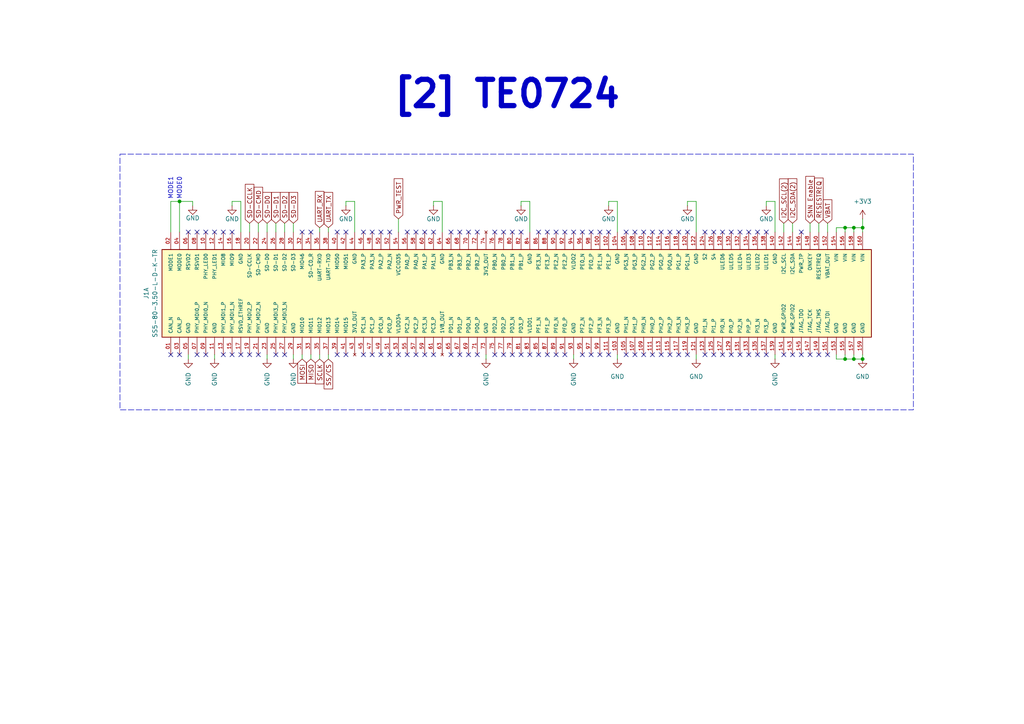
<source format=kicad_sch>
(kicad_sch (version 20250114) (generator "eeschema") (generator_version "9.0")
  (paper "A4")
  (lib_symbols
    (symbol "adapter:SS5-80-3.50-X-D-K-XX" (pin_names (offset 1.016))
      (property "Reference" "J1" (at 0 55.372 0))
      (property "Value" "SS5-80-3.50-L-D-K-TR" (at 0 52.832 0))
      (symbol "SS5-80-3.50-X-D-K-XX_1_0"
        (rectangle (start -12.7 50.8) (end 12.7 -154.94) (stroke (width 0.254)) (fill (type background)))
        (pin passive line (at -17.78 48.26 0) (length 5.08) (name "CAN_N") (number "01"))
        (pin passive line (at -17.78 45.72 0) (length 5.08) (name "CAN_P") (number "03"))
        (pin passive line (at -17.78 43.18 0) (length 5.08) (name "GND") (number "05"))
        (pin passive line (at -17.78 40.64 0) (length 5.08) (name "PHY_MDI0_P") (number "07"))
        (pin passive line (at -17.78 38.1 0) (length 5.08) (name "PHY_MDI0_N") (number "09"))
        (pin passive line (at -17.78 35.56 0) (length 5.08) (name "GND") (number "11"))
        (pin passive line (at -17.78 33.02 0) (length 5.08) (name "PHY_MDI1_P") (number "13"))
        (pin passive line (at -17.78 30.48 0) (length 5.08) (name "PHY_MDI1_N") (number "15"))
        (pin passive line (at -17.78 27.94 0) (length 5.08) (name "RSVD_ETHREF") (number "17"))
        (pin passive line (at -17.78 25.4 0) (length 5.08) (name "PHY_MDI2_P") (number "19"))
        (pin passive line (at -17.78 22.86 0) (length 5.08) (name "PHY_MDI2_N") (number "21"))
        (pin passive line (at -17.78 20.32 0) (length 5.08) (name "GND") (number "23"))
        (pin passive line (at -17.78 17.78 0) (length 5.08) (name "PHY_MDI3_P") (number "25"))
        (pin passive line (at -17.78 15.24 0) (length 5.08) (name "PHY_MDI3_N") (number "27"))
        (pin passive line (at -17.78 12.7 0) (length 5.08) (name "GND") (number "29"))
        (pin passive line (at -17.78 10.16 0) (length 5.08) (name "MIO10") (number "31"))
        (pin passive line (at -17.78 7.62 0) (length 5.08) (name "MIO11") (number "33"))
        (pin passive line (at -17.78 5.08 0) (length 5.08) (name "MIO12") (number "35"))
        (pin passive line (at -17.78 2.54 0) (length 5.08) (name "MIO13") (number "37"))
        (pin passive line (at -17.78 0 0) (length 5.08) (name "MIO14") (number "39"))
        (pin passive line (at -17.78 -2.54 0) (length 5.08) (name "MIO15") (number "41"))
        (pin no_connect line (at -17.78 -5.08 0) (length 5.08) (name "3V3_OUT") (number "43"))
        (pin passive line (at -17.78 -7.62 0) (length 5.08) (name "PC1_N") (number "45"))
        (pin passive line (at -17.78 -10.16 0) (length 5.08) (name "PC1_P") (number "47"))
        (pin passive line (at -17.78 -12.7 0) (length 5.08) (name "PC0_N") (number "49"))
        (pin passive line (at -17.78 -15.24 0) (length 5.08) (name "PC0_P") (number "51"))
        (pin passive line (at -17.78 -17.78 0) (length 5.08) (name "VLDO34") (number "53"))
        (pin passive line (at -17.78 -20.32 0) (length 5.08) (name "PC2_N") (number "55"))
        (pin passive line (at -17.78 -22.86 0) (length 5.08) (name "PC2_P") (number "57"))
        (pin passive line (at -17.78 -25.4 0) (length 5.08) (name "PC3_N") (number "59"))
        (pin passive line (at -17.78 -27.94 0) (length 5.08) (name "PC3_P") (number "61"))
        (pin no_connect line (at -17.78 -30.48 0) (length 5.08) (name "1V8_OUT") (number "63"))
        (pin passive line (at -17.78 -33.02 0) (length 5.08) (name "PD1_N") (number "65"))
        (pin passive line (at -17.78 -35.56 0) (length 5.08) (name "PD1_P") (number "67"))
        (pin passive line (at -17.78 -38.1 0) (length 5.08) (name "PD0_N") (number "69"))
        (pin passive line (at -17.78 -40.64 0) (length 5.08) (name "PD0_P") (number "71"))
        (pin passive line (at -17.78 -43.18 0) (length 5.08) (name "GND") (number "73"))
        (pin passive line (at -17.78 -45.72 0) (length 5.08) (name "PD2_N") (number "75"))
        (pin passive line (at -17.78 -48.26 0) (length 5.08) (name "PD2_P") (number "77"))
        (pin passive line (at -17.78 -50.8 0) (length 5.08) (name "PD3_N") (number "79"))
        (pin passive line (at -17.78 -53.34 0) (length 5.08) (name "PD3_P") (number "81"))
        (pin passive line (at -17.78 -55.88 0) (length 5.08) (name "VLDO1") (number "83"))
        (pin passive line (at -17.78 -58.42 0) (length 5.08) (name "PF1_N") (number "85"))
        (pin passive line (at -17.78 -60.96 0) (length 5.08) (name "PF1_P") (number "87"))
        (pin passive line (at -17.78 -63.5 0) (length 5.08) (name "PF0_N") (number "89"))
        (pin passive line (at -17.78 -66.04 0) (length 5.08) (name "PF0_P") (number "91"))
        (pin passive line (at -17.78 -68.58 0) (length 5.08) (name "GND") (number "93"))
        (pin passive line (at -17.78 -71.12 0) (length 5.08) (name "PF2_N") (number "95"))
        (pin passive line (at -17.78 -73.66 0) (length 5.08) (name "PF2_P") (number "97"))
        (pin passive line (at -17.78 -76.2 0) (length 5.08) (name "PF3_N") (number "99"))
        (pin passive line (at -17.78 -78.74 0) (length 5.08) (name "PF3_P") (number "111"))
        (pin passive line (at -17.78 -81.28 0) (length 5.08) (name "GND") (number "103"))
        (pin passive line (at -17.78 -83.82 0) (length 5.08) (name "PH1_N") (number "105"))
        (pin passive line (at -17.78 -86.36 0) (length 5.08) (name "PH1_P") (number "107"))
        (pin passive line (at -17.78 -88.9 0) (length 5.08) (name "PH0_N") (number "109"))
        (pin passive line (at -17.78 -91.44 0) (length 5.08) (name "PH0_P") (number "111"))
        (pin passive line (at -17.78 -93.98 0) (length 5.08) (name "PH2_P") (number "113"))
        (pin passive line (at -17.78 -96.52 0) (length 5.08) (name "PH2_P") (number "115"))
        (pin passive line (at -17.78 -99.06 0) (length 5.08) (name "PH3_N") (number "117"))
        (pin passive line (at -17.78 -101.6 0) (length 5.08) (name "PH3_P") (number "119"))
        (pin passive line (at -17.78 -104.14 0) (length 5.08) (name "GND") (number "121"))
        (pin passive line (at -17.78 -106.68 0) (length 5.08) (name "PI1_N") (number "123"))
        (pin passive line (at -17.78 -109.22 0) (length 5.08) (name "PI1_P") (number "125"))
        (pin passive line (at -17.78 -111.76 0) (length 5.08) (name "PI0_N") (number "127"))
        (pin passive line (at -17.78 -114.3 0) (length 5.08) (name "PI0_P") (number "129"))
        (pin passive line (at -17.78 -116.84 0) (length 5.08) (name "PI2_N") (number "131"))
        (pin passive line (at -17.78 -119.38 0) (length 5.08) (name "PIP_P") (number "133"))
        (pin passive line (at -17.78 -121.92 0) (length 5.08) (name "PI3_N") (number "135"))
        (pin passive line (at -17.78 -124.46 0) (length 5.08) (name "PI3_P") (number "137"))
        (pin passive line (at -17.78 -127 0) (length 5.08) (name "GND") (number "139"))
        (pin passive line (at -17.78 -129.54 0) (length 5.08) (name "PWR_GPIO2") (number "141"))
        (pin passive line (at -17.78 -132.08 0) (length 5.08) (name "PWR_GPIO2") (number "143"))
        (pin passive line (at -17.78 -134.62 0) (length 5.08) (name "JTAG_TDO") (number "145"))
        (pin passive line (at -17.78 -137.16 0) (length 5.08) (name "JTAG_TCK") (number "147"))
        (pin passive line (at -17.78 -139.7 0) (length 5.08) (name "JTAG_TMS") (number "149"))
        (pin passive line (at -17.78 -142.24 0) (length 5.08) (name "JTAG_TDI") (number "151"))
        (pin passive line (at -17.78 -144.78 0) (length 5.08) (name "GND") (number "153"))
        (pin passive line (at -17.78 -147.32 0) (length 5.08) (name "GND") (number "155"))
        (pin passive line (at -17.78 -149.86 0) (length 5.08) (name "GND") (number "157"))
        (pin passive line (at -17.78 -152.4 0) (length 5.08) (name "GND") (number "159"))
        (pin passive line (at 17.78 48.26 180) (length 5.08) (name "MODE1") (number "02"))
        (pin passive line (at 17.78 45.72 180) (length 5.08) (name "MODE0") (number "04"))
        (pin passive line (at 17.78 43.18 180) (length 5.08) (name "RSVD2") (number "06"))
        (pin passive line (at 17.78 40.64 180) (length 5.08) (name "RSVD1") (number "08"))
        (pin passive line (at 17.78 38.1 180) (length 5.08) (name "PHY_LED0") (number "10"))
        (pin passive line (at 17.78 35.56 180) (length 5.08) (name "PHY_LED1") (number "12"))
        (pin passive line (at 17.78 33.02 180) (length 5.08) (name "MIO8") (number "14"))
        (pin passive line (at 17.78 30.48 180) (length 5.08) (name "MIO9") (number "16"))
        (pin passive line (at 17.78 27.94 180) (length 5.08) (name "GND") (number "18"))
        (pin passive line (at 17.78 25.4 180) (length 5.08) (name "SD-CCLK") (number "20"))
        (pin passive line (at 17.78 22.86 180) (length 5.08) (name "SD-CMD") (number "22"))
        (pin passive line (at 17.78 20.32 180) (length 5.08) (name "SD-D0") (number "24"))
        (pin passive line (at 17.78 17.78 180) (length 5.08) (name "SD-D1") (number "26"))
        (pin passive line (at 17.78 15.24 180) (length 5.08) (name "SD-D2") (number "28"))
        (pin passive line (at 17.78 12.7 180) (length 5.08) (name "SD-D3") (number "30"))
        (pin passive line (at 17.78 10.16 180) (length 5.08) (name "MIO46") (number "32"))
        (pin passive line (at 17.78 7.62 180) (length 5.08) (name "SD-CD_R") (number "34"))
        (pin passive line (at 17.78 5.08 180) (length 5.08) (name "UART-RXD") (number "36"))
        (pin passive line (at 17.78 2.54 180) (length 5.08) (name "UART-TXD") (number "38"))
        (pin passive line (at 17.78 0 180) (length 5.08) (name "MIO50") (number "40"))
        (pin passive line (at 17.78 -2.54 180) (length 5.08) (name "MIO51") (number "42"))
        (pin passive line (at 17.78 -5.08 180) (length 5.08) (name "GND") (number "44"))
        (pin passive line (at 17.78 -7.62 180) (length 5.08) (name "PA3_P") (number "46"))
        (pin passive line (at 17.78 -10.16 180) (length 5.08) (name "PA3_N") (number "48"))
        (pin passive line (at 17.78 -12.7 180) (length 5.08) (name "PA2_P") (number "50"))
        (pin passive line (at 17.78 -15.24 180) (length 5.08) (name "PA2_N") (number "52"))
        (pin passive line (at 17.78 -17.78 180) (length 5.08) (name "VCCIO35") (number "54"))
        (pin passive line (at 17.78 -20.32 180) (length 5.08) (name "PA0_P") (number "56"))
        (pin passive line (at 17.78 -22.86 180) (length 5.08) (name "PA0_N") (number "58"))
        (pin passive line (at 17.78 -25.4 180) (length 5.08) (name "PA1_P") (number "60"))
        (pin passive line (at 17.78 -27.94 180) (length 5.08) (name "PA1_N") (number "62"))
        (pin passive line (at 17.78 -30.48 180) (length 5.08) (name "GND") (number "64"))
        (pin passive line (at 17.78 -33.02 180) (length 5.08) (name "PB3_N") (number "66"))
        (pin passive line (at 17.78 -35.56 180) (length 5.08) (name "PB3_P") (number "68"))
        (pin passive line (at 17.78 -38.1 180) (length 5.08) (name "PB2_N") (number "70"))
        (pin passive line (at 17.78 -40.64 180) (length 5.08) (name "PB2_P") (number "72"))
        (pin no_connect line (at 17.78 -43.18 180) (length 5.08) (name "3V3_OUT") (number "74"))
        (pin passive line (at 17.78 -45.72 180) (length 5.08) (name "PB0_N") (number "76"))
        (pin passive line (at 17.78 -48.26 180) (length 5.08) (name "PB0_P") (number "78"))
        (pin passive line (at 17.78 -50.8 180) (length 5.08) (name "PB1_N") (number "80"))
        (pin passive line (at 17.78 -53.34 180) (length 5.08) (name "PB1_P") (number "82"))
        (pin passive line (at 17.78 -55.88 180) (length 5.08) (name "GND") (number "84"))
        (pin passive line (at 17.78 -58.42 180) (length 5.08) (name "PE3_N") (number "86"))
        (pin passive line (at 17.78 -60.96 180) (length 5.08) (name "PE3_P") (number "88"))
        (pin passive line (at 17.78 -63.5 180) (length 5.08) (name "PE2_N") (number "90"))
        (pin passive line (at 17.78 -66.04 180) (length 5.08) (name "PE2_P") (number "92"))
        (pin passive line (at 17.78 -68.58 180) (length 5.08) (name "VLDO2") (number "94"))
        (pin passive line (at 17.78 -71.12 180) (length 5.08) (name "PE0_N") (number "96"))
        (pin passive line (at 17.78 -73.66 180) (length 5.08) (name "PE0_P") (number "98"))
        (pin passive line (at 17.78 -76.2 180) (length 5.08) (name "PE1_N") (number "100"))
        (pin passive line (at 17.78 -78.74 180) (length 5.08) (name "PE1_P") (number "102"))
        (pin passive line (at 17.78 -81.28 180) (length 5.08) (name "GND") (number "104"))
        (pin passive line (at 17.78 -83.82 180) (length 5.08) (name "PG3_N") (number "106"))
        (pin passive line (at 17.78 -86.36 180) (length 5.08) (name "PG3_P") (number "108"))
        (pin passive line (at 17.78 -88.9 180) (length 5.08) (name "PG2_N") (number "110"))
        (pin passive line (at 17.78 -91.44 180) (length 5.08) (name "PG2_P") (number "112"))
        (pin passive line (at 17.78 -93.98 180) (length 5.08) (name "PG0_P") (number "114"))
        (pin passive line (at 17.78 -96.52 180) (length 5.08) (name "PG0_N") (number "116"))
        (pin passive line (at 17.78 -99.06 180) (length 5.08) (name "PG1_P") (number "118"))
        (pin passive line (at 17.78 -101.6 180) (length 5.08) (name "PG1_N") (number "120"))
        (pin passive line (at 17.78 -104.14 180) (length 5.08) (name "GND") (number "122"))
        (pin passive line (at 17.78 -106.68 180) (length 5.08) (name "S2") (number "124"))
        (pin passive line (at 17.78 -109.22 180) (length 5.08) (name "S4") (number "126"))
        (pin passive line (at 17.78 -111.76 180) (length 5.08) (name "ULED6") (number "128"))
        (pin passive line (at 17.78 -114.3 180) (length 5.08) (name "ULED5") (number "130"))
        (pin passive line (at 17.78 -116.84 180) (length 5.08) (name "ULED4") (number "132"))
        (pin passive line (at 17.78 -119.38 180) (length 5.08) (name "ULED3") (number "134"))
        (pin passive line (at 17.78 -121.92 180) (length 5.08) (name "ULED2") (number "136"))
        (pin passive line (at 17.78 -124.46 180) (length 5.08) (name "ULED1") (number "138"))
        (pin passive line (at 17.78 -127 180) (length 5.08) (name "GND") (number "140"))
        (pin passive line (at 17.78 -129.54 180) (length 5.08) (name "I2C_SCL") (number "142"))
        (pin passive line (at 17.78 -132.08 180) (length 5.08) (name "I2C_SDA") (number "144"))
        (pin passive line (at 17.78 -134.62 180) (length 5.08) (name "PWR_TP") (number "146"))
        (pin passive line (at 17.78 -137.16 180) (length 5.08) (name "ONKEY") (number "148"))
        (pin passive line (at 17.78 -139.7 180) (length 5.08) (name "RESETREQ") (number "150"))
        (pin passive line (at 17.78 -142.24 180) (length 5.08) (name "VBAT_OUT") (number "152"))
        (pin passive line (at 17.78 -144.78 180) (length 5.08) (name "VIN") (number "154"))
        (pin passive line (at 17.78 -147.32 180) (length 5.08) (name "VIN") (number "156"))
        (pin passive line (at 17.78 -149.86 180) (length 5.08) (name "VIN") (number "158"))
        (pin passive line (at 17.78 -152.4 180) (length 5.08) (name "VIN") (number "160"))
      )
      (symbol "SS5-80-3.50-X-D-K-XX_2_0"
        (rectangle (start -7.62 -53.34) (end 7.62 50.8) (stroke (width 0.254)) (fill (type background)))
        (pin passive line (at -12.7 48.26 0) (length 5.08) (name "81") (number "81"))
        (pin passive line (at -12.7 45.72 0) (length 5.08) (name "83") (number "83"))
        (pin passive line (at -12.7 43.18 0) (length 5.08) (name "85") (number "85"))
        (pin passive line (at -12.7 40.64 0) (length 5.08) (name "87") (number "87"))
        (pin passive line (at -12.7 38.1 0) (length 5.08) (name "89") (number "89"))
        (pin passive line (at -12.7 35.56 0) (length 5.08) (name "91") (number "91"))
        (pin passive line (at -12.7 33.02 0) (length 5.08) (name "93") (number "93"))
        (pin passive line (at -12.7 30.48 0) (length 5.08) (name "95") (number "95"))
        (pin passive line (at -12.7 27.94 0) (length 5.08) (name "97") (number "97"))
        (pin passive line (at -12.7 25.4 0) (length 5.08) (name "99") (number "99"))
        (pin passive line (at -12.7 22.86 0) (length 5.08) (name "101") (number "101"))
        (pin passive line (at -12.7 20.32 0) (length 5.08) (name "103") (number "103"))
        (pin passive line (at -12.7 17.78 0) (length 5.08) (name "105") (number "105"))
        (pin passive line (at -12.7 15.24 0) (length 5.08) (name "107") (number "107"))
        (pin passive line (at -12.7 12.7 0) (length 5.08) (name "109") (number "109"))
        (pin passive line (at -12.7 10.16 0) (length 5.08) (name "111") (number "111"))
        (pin passive line (at -12.7 7.62 0) (length 5.08) (name "113") (number "113"))
        (pin passive line (at -12.7 5.08 0) (length 5.08) (name "115") (number "115"))
        (pin passive line (at -12.7 2.54 0) (length 5.08) (name "117") (number "117"))
        (pin passive line (at -12.7 0 0) (length 5.08) (name "119") (number "119"))
        (pin passive line (at -12.7 -2.54 0) (length 5.08) (name "121") (number "121"))
        (pin passive line (at -12.7 -5.08 0) (length 5.08) (name "123") (number "123"))
        (pin passive line (at -12.7 -7.62 0) (length 5.08) (name "125") (number "125"))
        (pin passive line (at -12.7 -10.16 0) (length 5.08) (name "127") (number "127"))
        (pin passive line (at -12.7 -12.7 0) (length 5.08) (name "129") (number "129"))
        (pin passive line (at -12.7 -15.24 0) (length 5.08) (name "131") (number "131"))
        (pin passive line (at -12.7 -17.78 0) (length 5.08) (name "133") (number "133"))
        (pin passive line (at -12.7 -20.32 0) (length 5.08) (name "135") (number "135"))
        (pin passive line (at -12.7 -22.86 0) (length 5.08) (name "137") (number "137"))
        (pin passive line (at -12.7 -25.4 0) (length 5.08) (name "139") (number "139"))
        (pin passive line (at -12.7 -27.94 0) (length 5.08) (name "141") (number "141"))
        (pin passive line (at -12.7 -30.48 0) (length 5.08) (name "143") (number "143"))
        (pin passive line (at -12.7 -33.02 0) (length 5.08) (name "145") (number "145"))
        (pin passive line (at -12.7 -35.56 0) (length 5.08) (name "147") (number "147"))
        (pin passive line (at -12.7 -38.1 0) (length 5.08) (name "149") (number "149"))
        (pin passive line (at -12.7 -40.64 0) (length 5.08) (name "151") (number "151"))
        (pin passive line (at -12.7 -43.18 0) (length 5.08) (name "153") (number "153"))
        (pin passive line (at -12.7 -45.72 0) (length 5.08) (name "155") (number "155"))
        (pin passive line (at -12.7 -48.26 0) (length 5.08) (name "157") (number "157"))
        (pin passive line (at -12.7 -50.8 0) (length 5.08) (name "159") (number "159"))
        (pin passive line (at 12.7 48.26 180) (length 5.08) (name "82") (number "82"))
        (pin passive line (at 12.7 45.72 180) (length 5.08) (name "84") (number "84"))
        (pin passive line (at 12.7 43.18 180) (length 5.08) (name "86") (number "86"))
        (pin passive line (at 12.7 40.64 180) (length 5.08) (name "88") (number "88"))
        (pin passive line (at 12.7 38.1 180) (length 5.08) (name "90") (number "90"))
        (pin passive line (at 12.7 35.56 180) (length 5.08) (name "92") (number "92"))
        (pin passive line (at 12.7 33.02 180) (length 5.08) (name "94") (number "94"))
        (pin passive line (at 12.7 30.48 180) (length 5.08) (name "96") (number "96"))
        (pin passive line (at 12.7 27.94 180) (length 5.08) (name "98") (number "98"))
        (pin passive line (at 12.7 25.4 180) (length 5.08) (name "100") (number "100"))
        (pin passive line (at 12.7 22.86 180) (length 5.08) (name "102") (number "102"))
        (pin passive line (at 12.7 20.32 180) (length 5.08) (name "104") (number "104"))
        (pin passive line (at 12.7 17.78 180) (length 5.08) (name "106") (number "106"))
        (pin passive line (at 12.7 15.24 180) (length 5.08) (name "108") (number "108"))
        (pin passive line (at 12.7 12.7 180) (length 5.08) (name "110") (number "110"))
        (pin passive line (at 12.7 10.16 180) (length 5.08) (name "112") (number "112"))
        (pin passive line (at 12.7 7.62 180) (length 5.08) (name "114") (number "114"))
        (pin passive line (at 12.7 5.08 180) (length 5.08) (name "116") (number "116"))
        (pin passive line (at 12.7 2.54 180) (length 5.08) (name "118") (number "118"))
        (pin passive line (at 12.7 0 180) (length 5.08) (name "120") (number "120"))
        (pin passive line (at 12.7 -2.54 180) (length 5.08) (name "122") (number "122"))
        (pin passive line (at 12.7 -5.08 180) (length 5.08) (name "124") (number "124"))
        (pin passive line (at 12.7 -7.62 180) (length 5.08) (name "126") (number "126"))
        (pin passive line (at 12.7 -10.16 180) (length 5.08) (name "128") (number "128"))
        (pin passive line (at 12.7 -12.7 180) (length 5.08) (name "130") (number "130"))
        (pin passive line (at 12.7 -15.24 180) (length 5.08) (name "132") (number "132"))
        (pin passive line (at 12.7 -17.78 180) (length 5.08) (name "134") (number "134"))
        (pin passive line (at 12.7 -20.32 180) (length 5.08) (name "136") (number "136"))
        (pin passive line (at 12.7 -22.86 180) (length 5.08) (name "138") (number "138"))
        (pin passive line (at 12.7 -25.4 180) (length 5.08) (name "140") (number "140"))
        (pin passive line (at 12.7 -27.94 180) (length 5.08) (name "142") (number "142"))
        (pin passive line (at 12.7 -30.48 180) (length 5.08) (name "144") (number "144"))
        (pin passive line (at 12.7 -33.02 180) (length 5.08) (name "146") (number "146"))
        (pin passive line (at 12.7 -35.56 180) (length 5.08) (name "148") (number "148"))
        (pin passive line (at 12.7 -38.1 180) (length 5.08) (name "150") (number "150"))
        (pin passive line (at 12.7 -40.64 180) (length 5.08) (name "152") (number "152"))
        (pin passive line (at 12.7 -43.18 180) (length 5.08) (name "154") (number "154"))
        (pin passive line (at 12.7 -45.72 180) (length 5.08) (name "156") (number "156"))
        (pin passive line (at 12.7 -48.26 180) (length 5.08) (name "158") (number "158"))
        (pin passive line (at 12.7 -50.8 180) (length 5.08) (name "160") (number "160"))
      )
    )
    (symbol "power:+3V3" (power) (pin_numbers (hide yes)) (pin_names (offset 0) (hide yes))
      (property "Value" "+3V3" (at 0 3.556 0))
      (symbol "+3V3_0_1"
        (polyline (pts (xy -0.762 1.27) (xy 0 2.54)))
        (polyline (pts (xy 0 2.54) (xy 0.762 1.27)))
        (polyline (pts (xy 0 0) (xy 0 2.54)))
      )
      (symbol "+3V3_1_1"
        (pin power_in line (at 0 0 90) (length 0) (name "~") (number "1"))
      )
    )
    (symbol "power:GND" (power) (pin_numbers (hide yes)) (pin_names (offset 0) (hide yes))
      (property "Value" "GND" (at 0 -3.81 0))
      (symbol "GND_0_1"
        (polyline (pts (xy 0 0) (xy 0 -1.27) (xy 1.27 -1.27) (xy 0 -2.54) (xy -1.27 -1.27) (xy 0 -1.27)))
      )
      (symbol "GND_1_1"
        (pin power_in line (at 0 0 270) (length 0) (name "~") (number "1"))
      )
    )
  )
  (rectangle (start 34.798 44.704) (end 264.922 118.872) (stroke (width 0) (type dash)))
  (text "MODE0" (at 52.07 54.61 90) (effects (font (size 1.27 1.27))))
  (text "MODE1" (at 49.53 54.61 90) (effects (font (size 1.27 1.27))))
  (text "[2] TE0724" (at 147.066 27.432 0) (effects (font (size 7.62 7.62) (thickness 1.524) (bold yes))))
  (junction (at 247.65 104.14))
  (junction (at 247.65 66.04))
  (junction (at 52.07 58.42))
  (junction (at 250.19 66.04))
  (junction (at 250.19 104.14))
  (junction (at 245.11 66.04))
  (junction (at 245.11 104.14))
  (no_connect (at 146.05 102.87))
  (no_connect (at 146.05 67.31))
  (no_connect (at 151.13 102.87))
  (no_connect (at 135.89 67.31))
  (no_connect (at 212.09 102.87))
  (no_connect (at 229.87 102.87))
  (no_connect (at 138.43 102.87))
  (no_connect (at 181.61 102.87))
  (no_connect (at 113.03 67.31))
  (no_connect (at 64.77 102.87))
  (no_connect (at 214.63 102.87))
  (no_connect (at 194.31 67.31))
  (no_connect (at 232.41 67.31))
  (no_connect (at 130.81 67.31))
  (no_connect (at 204.47 67.31))
  (no_connect (at 105.41 102.87))
  (no_connect (at 156.21 67.31))
  (no_connect (at 62.23 67.31))
  (no_connect (at 222.25 67.31))
  (no_connect (at 184.15 67.31))
  (no_connect (at 158.75 67.31))
  (no_connect (at 67.31 67.31))
  (no_connect (at 214.63 67.31))
  (no_connect (at 80.01 102.87))
  (no_connect (at 120.65 102.87))
  (no_connect (at 237.49 102.87))
  (no_connect (at 143.51 102.87))
  (no_connect (at 72.39 102.87))
  (no_connect (at 135.89 102.87))
  (no_connect (at 57.15 102.87))
  (no_connect (at 110.49 102.87))
  (no_connect (at 54.61 67.31))
  (no_connect (at 209.55 102.87))
  (no_connect (at 123.19 67.31))
  (no_connect (at 107.95 102.87))
  (no_connect (at 212.09 67.31))
  (no_connect (at 217.17 102.87))
  (no_connect (at 100.33 102.87))
  (no_connect (at 222.25 102.87))
  (no_connect (at 163.83 102.87))
  (no_connect (at 156.21 102.87))
  (no_connect (at 148.59 67.31))
  (no_connect (at 161.29 102.87))
  (no_connect (at 115.57 102.87))
  (no_connect (at 168.91 102.87))
  (no_connect (at 207.01 102.87))
  (no_connect (at 189.23 102.87))
  (no_connect (at 82.55 102.87))
  (no_connect (at 227.33 102.87))
  (no_connect (at 207.01 67.31))
  (no_connect (at 176.53 67.31))
  (no_connect (at 153.67 102.87))
  (no_connect (at 97.79 67.31))
  (no_connect (at 67.31 102.87))
  (no_connect (at 59.69 67.31))
  (no_connect (at 100.33 67.31))
  (no_connect (at 184.15 102.87))
  (no_connect (at 181.61 67.31))
  (no_connect (at 191.77 67.31))
  (no_connect (at 173.99 67.31))
  (no_connect (at 74.93 102.87))
  (no_connect (at 199.39 102.87))
  (no_connect (at 163.83 67.31))
  (no_connect (at 105.41 67.31))
  (no_connect (at 118.11 102.87))
  (no_connect (at 64.77 67.31))
  (no_connect (at 110.49 67.31))
  (no_connect (at 158.75 102.87))
  (no_connect (at 196.85 102.87))
  (no_connect (at 189.23 67.31))
  (no_connect (at 209.55 67.31))
  (no_connect (at 171.45 67.31))
  (no_connect (at 168.91 67.31))
  (no_connect (at 186.69 102.87))
  (no_connect (at 120.65 67.31))
  (no_connect (at 194.31 102.87))
  (no_connect (at 173.99 102.87))
  (no_connect (at 191.77 102.87))
  (no_connect (at 219.71 102.87))
  (no_connect (at 57.15 67.31))
  (no_connect (at 186.69 67.31))
  (no_connect (at 148.59 102.87))
  (no_connect (at 59.69 102.87))
  (no_connect (at 125.73 67.31))
  (no_connect (at 234.95 102.87))
  (no_connect (at 232.41 102.87))
  (no_connect (at 123.19 102.87))
  (no_connect (at 133.35 102.87))
  (no_connect (at 118.11 67.31))
  (no_connect (at 171.45 102.87))
  (no_connect (at 166.37 67.31))
  (no_connect (at 87.63 67.31))
  (no_connect (at 143.51 67.31))
  (no_connect (at 138.43 67.31))
  (no_connect (at 217.17 67.31))
  (no_connect (at 49.53 102.87))
  (no_connect (at 133.35 67.31))
  (no_connect (at 52.07 102.87))
  (no_connect (at 107.95 67.31))
  (no_connect (at 113.03 102.87))
  (no_connect (at 176.53 102.87))
  (no_connect (at 204.47 102.87))
  (no_connect (at 240.03 102.87))
  (no_connect (at 130.81 102.87))
  (no_connect (at 151.13 67.31))
  (no_connect (at 97.79 102.87))
  (no_connect (at 199.39 67.31))
  (no_connect (at 69.85 102.87))
  (no_connect (at 161.29 67.31))
  (no_connect (at 196.85 67.31))
  (no_connect (at 219.71 67.31))
  (no_connect (at 90.17 67.31))
  (no_connect (at 125.73 102.87))
  (wire (pts (xy 153.67 58.42) (xy 153.67 67.31)))
  (wire (pts (xy 242.57 104.14) (xy 245.11 104.14)))
  (wire (pts (xy 201.93 104.14) (xy 201.93 102.87)))
  (wire (pts (xy 69.85 58.42) (xy 69.85 67.31)))
  (wire (pts (xy 52.07 58.42) (xy 52.07 67.31)))
  (wire (pts (xy 247.65 104.14) (xy 250.19 104.14)))
  (wire (pts (xy 92.71 67.31) (xy 92.71 66.04)))
  (wire (pts (xy 242.57 66.04) (xy 245.11 66.04)))
  (wire (pts (xy 74.93 67.31) (xy 74.93 64.77)))
  (wire (pts (xy 250.19 66.04) (xy 250.19 67.31)))
  (wire (pts (xy 151.13 58.42) (xy 151.13 59.69)))
  (wire (pts (xy 54.61 104.14) (xy 54.61 102.87)))
  (wire (pts (xy 166.37 104.14) (xy 166.37 102.87)))
  (wire (pts (xy 245.11 102.87) (xy 245.11 104.14)))
  (wire (pts (xy 227.33 64.77) (xy 227.33 67.31)))
  (wire (pts (xy 247.65 66.04) (xy 247.65 67.31)))
  (wire (pts (xy 125.73 58.42) (xy 128.27 58.42)))
  (wire (pts (xy 67.31 58.42) (xy 69.85 58.42)))
  (wire (pts (xy 245.11 66.04) (xy 245.11 67.31)))
  (wire (pts (xy 234.95 67.31) (xy 234.95 64.77)))
  (wire (pts (xy 125.73 58.42) (xy 125.73 59.69)))
  (wire (pts (xy 199.39 58.42) (xy 201.93 58.42)))
  (wire (pts (xy 115.57 67.31) (xy 115.57 63.5)))
  (wire (pts (xy 85.09 104.14) (xy 85.09 102.87)))
  (wire (pts (xy 87.63 104.14) (xy 87.63 102.87)))
  (wire (pts (xy 55.88 58.42) (xy 55.88 59.69)))
  (wire (pts (xy 72.39 67.31) (xy 72.39 64.77)))
  (wire (pts (xy 245.11 66.04) (xy 247.65 66.04)))
  (wire (pts (xy 250.19 63.5) (xy 250.19 66.04)))
  (wire (pts (xy 49.53 58.42) (xy 49.53 67.31)))
  (wire (pts (xy 250.19 102.87) (xy 250.19 104.14)))
  (wire (pts (xy 49.53 58.42) (xy 52.07 58.42)))
  (wire (pts (xy 229.87 64.77) (xy 229.87 67.31)))
  (wire (pts (xy 240.03 64.77) (xy 240.03 67.31)))
  (wire (pts (xy 77.47 67.31) (xy 77.47 64.77)))
  (wire (pts (xy 247.65 66.04) (xy 250.19 66.04)))
  (wire (pts (xy 176.53 58.42) (xy 176.53 59.69)))
  (wire (pts (xy 52.07 58.42) (xy 55.88 58.42)))
  (wire (pts (xy 176.53 58.42) (xy 179.07 58.42)))
  (wire (pts (xy 82.55 67.31) (xy 82.55 64.77)))
  (wire (pts (xy 224.79 104.14) (xy 224.79 102.87)))
  (wire (pts (xy 100.33 58.42) (xy 100.33 59.69)))
  (wire (pts (xy 224.79 58.42) (xy 224.79 67.31)))
  (wire (pts (xy 245.11 104.14) (xy 247.65 104.14)))
  (wire (pts (xy 242.57 67.31) (xy 242.57 66.04)))
  (wire (pts (xy 102.87 58.42) (xy 102.87 67.31)))
  (wire (pts (xy 100.33 58.42) (xy 102.87 58.42)))
  (wire (pts (xy 179.07 102.87) (xy 179.07 104.14)))
  (wire (pts (xy 237.49 64.77) (xy 237.49 67.31)))
  (wire (pts (xy 222.25 58.42) (xy 224.79 58.42)))
  (wire (pts (xy 128.27 58.42) (xy 128.27 67.31)))
  (wire (pts (xy 95.25 104.14) (xy 95.25 102.87)))
  (wire (pts (xy 201.93 58.42) (xy 201.93 67.31)))
  (wire (pts (xy 140.97 104.14) (xy 140.97 102.87)))
  (wire (pts (xy 242.57 102.87) (xy 242.57 104.14)))
  (wire (pts (xy 80.01 67.31) (xy 80.01 64.77)))
  (wire (pts (xy 67.31 58.42) (xy 67.31 59.69)))
  (wire (pts (xy 62.23 104.14) (xy 62.23 102.87)))
  (wire (pts (xy 199.39 58.42) (xy 199.39 59.69)))
  (wire (pts (xy 151.13 58.42) (xy 153.67 58.42)))
  (wire (pts (xy 85.09 67.31) (xy 85.09 64.77)))
  (wire (pts (xy 179.07 58.42) (xy 179.07 67.31)))
  (wire (pts (xy 222.25 58.42) (xy 222.25 59.69)))
  (wire (pts (xy 90.17 104.14) (xy 90.17 102.87)))
  (wire (pts (xy 95.25 67.31) (xy 95.25 66.04)))
  (wire (pts (xy 77.47 104.14) (xy 77.47 102.87)))
  (wire (pts (xy 92.71 104.14) (xy 92.71 102.87)))
  (wire (pts (xy 247.65 102.87) (xy 247.65 104.14)))
  (global_label "SD-D0" (shape input) (at 77.47 64.77 90) (property "Intersheetrefs" "${INTERSHEET_REFS}" (effects (hide yes))))
  (global_label "PWR_TEST" (shape input) (at 115.57 63.5 90) (property "Intersheetrefs" "${INTERSHEET_REFS}" (effects (hide yes))))
  (global_label "SD-D3" (shape input) (at 85.09 64.77 90) (property "Intersheetrefs" "${INTERSHEET_REFS}" (effects (hide yes))))
  (global_label "VBAT" (shape input) (at 240.03 64.77 90) (property "Intersheetrefs" "${INTERSHEET_REFS}" (effects (hide yes))))
  (global_label "SS{slash}CS" (shape input) (at 95.25 104.14 270) (property "Intersheetrefs" "${INTERSHEET_REFS}" (effects (hide yes))))
  (global_label "UART_RX" (shape input) (at 92.71 66.04 90) (property "Intersheetrefs" "${INTERSHEET_REFS}" (effects (hide yes))))
  (global_label "SD-D1" (shape input) (at 80.01 64.77 90) (property "Intersheetrefs" "${INTERSHEET_REFS}" (effects (hide yes))))
  (global_label "MOSI" (shape input) (at 87.63 104.14 270) (property "Intersheetrefs" "${INTERSHEET_REFS}" (effects (hide yes))))
  (global_label "MISO" (shape input) (at 90.17 104.14 270) (property "Intersheetrefs" "${INTERSHEET_REFS}" (effects (hide yes))))
  (global_label "SCLK" (shape input) (at 92.71 104.14 270) (property "Intersheetrefs" "${INTERSHEET_REFS}" (effects (hide yes))))
  (global_label "I2C_SDA(2)" (shape input) (at 229.87 64.77 90) (property "Intersheetrefs" "${INTERSHEET_REFS}" (effects (hide yes))))
  (global_label "UART_TX" (shape input) (at 95.25 66.04 90) (property "Intersheetrefs" "${INTERSHEET_REFS}" (effects (hide yes))))
  (global_label "SD-D2" (shape input) (at 82.55 64.77 90) (property "Intersheetrefs" "${INTERSHEET_REFS}" (effects (hide yes))))
  (global_label "SD-CMD" (shape input) (at 74.93 64.77 90) (property "Intersheetrefs" "${INTERSHEET_REFS}" (effects (hide yes))))
  (global_label "I2C_SCL(2)" (shape input) (at 227.33 64.77 90) (property "Intersheetrefs" "${INTERSHEET_REFS}" (effects (hide yes))))
  (global_label "SNN Enable" (shape input) (at 234.95 64.77 90) (property "Intersheetrefs" "${INTERSHEET_REFS}" (effects (hide yes))))
  (global_label "SD-CCLK" (shape input) (at 72.39 64.77 90) (property "Intersheetrefs" "${INTERSHEET_REFS}" (effects (hide yes))))
  (global_label "RESESTREQ" (shape input) (at 237.49 64.77 90) (property "Intersheetrefs" "${INTERSHEET_REFS}" (effects (hide yes))))
  (symbol (lib_id "power:GND") (at 55.88 59.69 0) (unit 1)
    (property "Reference" "#PWR011" (effects (hide yes)))
    (property "Value" "GND" (at 55.88 63.246 0))
    (property "Description" "Power symbol creates a global label with name \"GND\" , ground" (effects (hide yes)))
  )
  (symbol (lib_id "power:GND") (at 125.73 59.69 0) (unit 1)
    (property "Reference" "#PWR07" (effects (hide yes)))
    (property "Value" "GND" (at 125.73 63.5 0))
    (property "Description" "Power symbol creates a global label with name \"GND\" , ground" (effects (hide yes)))
  )
  (symbol (lib_id "adapter:SS5-80-3.50-X-D-K-XX") (at 97.79 85.09 90) (unit 1)
    (property "Reference" "J1" (at 42.418 85.09 0))
    (property "Value" "SS5-80-3.50-L-D-K-TR" (at 44.958 85.09 0))
    (property "Footprint" "adapter:SAMTEC_SS5-80-3.50-X-D-K-XX" (effects (hide yes)))
    (property "PARTREV" "F" (effects (hide yes)))
    (property "MANUFACTURER" "Samtec" (effects (hide yes)))
    (property "MAXIMUM_PACKAGE_HEIGHT" "4.0 mm" (effects (hide yes)))
    (property "STANDARD" "Manufacturer Recommendations" (effects (hide yes)))
    (property "MANUFACTURER_PART_NUMBER" "SS5-80-3.50-L-D-K-TR " (effects (hide yes)))
  )
  (symbol (lib_id "power:GND") (at 250.19 104.14 0) (unit 1)
    (property "Reference" "#PWR016" (effects (hide yes)))
    (property "Value" "GND" (at 250.19 109.22 0))
    (property "Description" "Power symbol creates a global label with name \"GND\" , ground" (effects (hide yes)))
  )
  (symbol (lib_id "power:GND") (at 62.23 104.14 0) (unit 1)
    (property "Reference" "#PWR026" (effects (hide yes)))
    (property "Value" "GND" (at 62.2299 107.95 90) (effects (justify right)))
    (property "Description" "Power symbol creates a global label with name \"GND\" , ground" (effects (hide yes)))
  )
  (symbol (lib_id "power:GND") (at 100.33 59.69 0) (unit 1)
    (property "Reference" "#PWR010" (effects (hide yes)))
    (property "Value" "GND" (at 100.33 63.5 0))
    (property "Description" "Power symbol creates a global label with name \"GND\" , ground" (effects (hide yes)))
  )
  (symbol (lib_id "power:+3V3") (at 250.19 63.5 0) (unit 1)
    (property "Reference" "#PWR019" (effects (hide yes)))
    (property "Value" "+3V3" (at 250.19 58.42 0))
    (property "Description" "Power symbol creates a global label with name \"+3V3\"" (effects (hide yes)))
  )
  (symbol (lib_id "power:GND") (at 85.09 104.14 0) (unit 1)
    (property "Reference" "#PWR014" (effects (hide yes)))
    (property "Value" "GND" (at 85.0899 107.95 90) (effects (justify right)))
    (property "Description" "Power symbol creates a global label with name \"GND\" , ground" (effects (hide yes)))
  )
  (symbol (lib_id "power:GND") (at 140.97 104.14 0) (unit 1)
    (property "Reference" "#PWR015" (effects (hide yes)))
    (property "Value" "GND" (at 140.9699 107.95 90) (effects (justify right)))
    (property "Description" "Power symbol creates a global label with name \"GND\" , ground" (effects (hide yes)))
  )
  (symbol (lib_id "power:GND") (at 166.37 104.14 0) (unit 1)
    (property "Reference" "#PWR029" (effects (hide yes)))
    (property "Value" "GND" (at 166.3699 107.95 90) (effects (justify right)))
    (property "Description" "Power symbol creates a global label with name \"GND\" , ground" (effects (hide yes)))
  )
  (symbol (lib_id "power:GND") (at 176.53 59.69 0) (unit 1)
    (property "Reference" "#PWR022" (effects (hide yes)))
    (property "Value" "GND" (at 176.53 63.5 0))
    (property "Description" "Power symbol creates a global label with name \"GND\" , ground" (effects (hide yes)))
  )
  (symbol (lib_id "power:GND") (at 151.13 59.69 0) (unit 1)
    (property "Reference" "#PWR021" (effects (hide yes)))
    (property "Value" "GND" (at 151.13 63.5 0))
    (property "Description" "Power symbol creates a global label with name \"GND\" , ground" (effects (hide yes)))
  )
  (symbol (lib_id "power:GND") (at 222.25 59.69 0) (unit 1)
    (property "Reference" "#PWR024" (effects (hide yes)))
    (property "Value" "GND" (at 222.25 63.5 0))
    (property "Description" "Power symbol creates a global label with name \"GND\" , ground" (effects (hide yes)))
  )
  (symbol (lib_id "power:GND") (at 67.31 59.69 0) (unit 1)
    (property "Reference" "#PWR06" (effects (hide yes)))
    (property "Value" "GND" (at 67.31 63.5 0))
    (property "Description" "Power symbol creates a global label with name \"GND\" , ground" (effects (hide yes)))
  )
  (symbol (lib_id "power:GND") (at 179.07 104.14 0) (unit 1)
    (property "Reference" "#PWR018" (effects (hide yes)))
    (property "Value" "GND" (at 179.07 109.22 0))
    (property "Description" "Power symbol creates a global label with name \"GND\" , ground" (effects (hide yes)))
  )
  (symbol (lib_id "power:GND") (at 77.47 104.14 0) (unit 1)
    (property "Reference" "#PWR013" (effects (hide yes)))
    (property "Value" "GND" (at 77.4699 107.95 90) (effects (justify right)))
    (property "Description" "Power symbol creates a global label with name \"GND\" , ground" (effects (hide yes)))
  )
  (symbol (lib_id "power:GND") (at 199.39 59.69 0) (unit 1)
    (property "Reference" "#PWR023" (effects (hide yes)))
    (property "Value" "GND" (at 199.39 63.5 0))
    (property "Description" "Power symbol creates a global label with name \"GND\" , ground" (effects (hide yes)))
  )
  (symbol (lib_id "power:GND") (at 224.79 104.14 0) (unit 1)
    (property "Reference" "#PWR030" (effects (hide yes)))
    (property "Value" "GND" (at 224.7899 107.95 90) (effects (justify right)))
    (property "Description" "Power symbol creates a global label with name \"GND\" , ground" (effects (hide yes)))
  )
  (symbol (lib_id "power:GND") (at 54.61 104.14 0) (unit 1)
    (property "Reference" "#PWR012" (effects (hide yes)))
    (property "Value" "GND" (at 54.6099 107.95 90) (effects (justify right)))
    (property "Description" "Power symbol creates a global label with name \"GND\" , ground" (effects (hide yes)))
  )
  (symbol (lib_id "power:GND") (at 201.93 104.14 0) (unit 1)
    (property "Reference" "#PWR017" (effects (hide yes)))
    (property "Value" "GND" (at 201.93 109.22 0))
    (property "Description" "Power symbol creates a global label with name \"GND\" , ground" (effects (hide yes)))
  )
)
</source>
